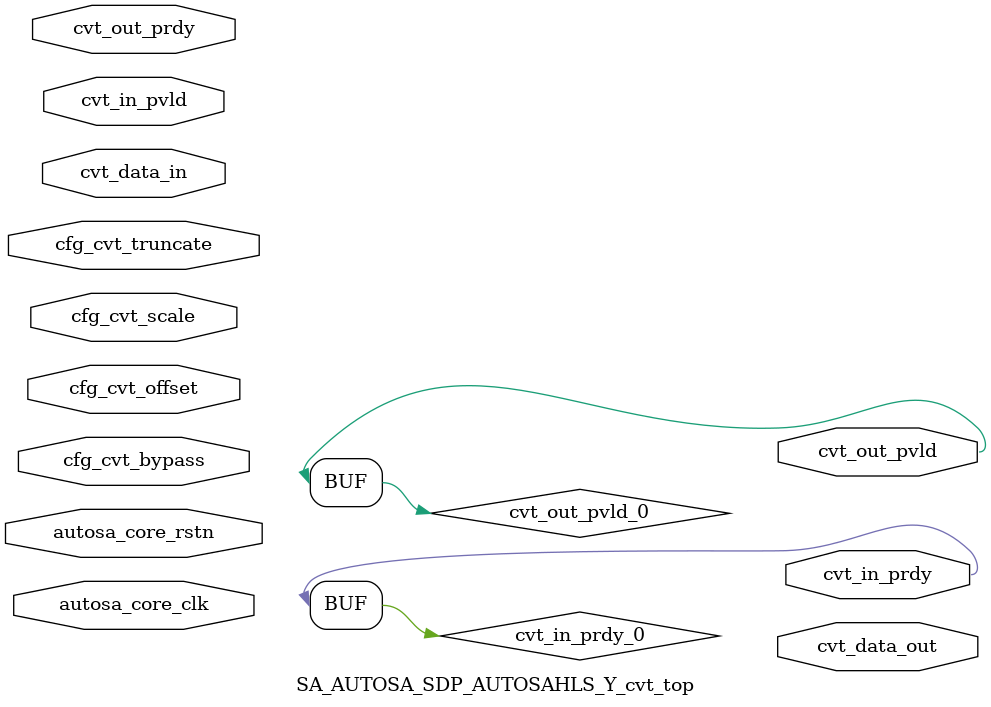
<source format=v>
module SA_AUTOSA_SDP_AUTOSAHLS_Y_cvt_top (
   cfg_cvt_bypass //|< i
  ,cfg_cvt_offset //|< i
  ,cfg_cvt_scale //|< i
  ,cfg_cvt_truncate //|< i
  ,cvt_data_in //|< i
  ,cvt_in_pvld //|< i
  ,cvt_out_prdy //|< i
  ,autosa_core_clk //|< i
  ,autosa_core_rstn //|< i
  ,cvt_data_out //|> o
  ,cvt_in_prdy //|> o
  ,cvt_out_pvld //|> o
  );
input cfg_cvt_bypass;
input [31:0] cfg_cvt_offset;
input [15:0] cfg_cvt_scale;
input [5:0] cfg_cvt_truncate;
input [16*0 -1:0] cvt_data_in;
input cvt_in_pvld;
input cvt_out_prdy;
output [32*0 -1:0] cvt_data_out;
output cvt_in_prdy;
output cvt_out_pvld;
input autosa_core_clk;
input autosa_core_rstn;
//: my $k=0;
//: foreach my $i (0..${k}-1) {
//: print qq(
//: wire [15:0] cvt_data_in_${i};
//: wire [31:0] cvt_data_out_${i};
//: wire cvt_in_prdy_${i};
//: wire cvt_out_pvld_${i};
//: );
//: }
//: print "\n";
//: foreach my $i (0..${k}-1) {
//: print "assign  cvt_data_in_${i} = cvt_data_in[16*${i}+15:16*${i}]; \n";
//: }
//: foreach my $i (0..${k}-1) {
//: print "assign  cvt_data_out[32*${i}+31:32*${i}] = cvt_data_out_${i}; \n";
//: }
//:
//: foreach my $i (0..${k}-1) {
//: print qq(
//: SA_AUTOSA_SDP_AUTOSAHLS_Y_int_cvt y_int_cvt_${i} (
//: .cfg_cvt_bypass (cfg_cvt_bypass) //|< i
//: ,.cfg_cvt_offset (cfg_cvt_offset[31:0]) //|< i
//: ,.cfg_cvt_scale (cfg_cvt_scale[15:0]) //|< i
//: ,.cfg_cvt_truncate (cfg_cvt_truncate[5:0]) //|< i
//: ,.cvt_data_in (cvt_data_in_${i}[15:0]) //|< w
//: ,.cvt_in_pvld (cvt_in_pvld) //|< i
//: ,.cvt_out_prdy (cvt_out_prdy) //|< i
//: ,.autosa_core_clk (autosa_core_clk) //|< i
//: ,.autosa_core_rstn (autosa_core_rstn) //|< i
//: ,.cvt_data_out (cvt_data_out_${i}[31:0]) //|> w
//: ,.cvt_in_prdy (cvt_in_prdy_${i}) //|> w
//: ,.cvt_out_pvld (cvt_out_pvld_${i}) //|> w
//: );
//: );
//: }
//| eperl: generated_beg (DO NOT EDIT BELOW)


//| eperl: generated_end (DO NOT EDIT ABOVE)
assign cvt_in_prdy = cvt_in_prdy_0;
assign cvt_out_pvld = cvt_out_pvld_0;
endmodule // SA_AUTOSA_SDP_AUTOSAHLS_Y_cvt_top

</source>
